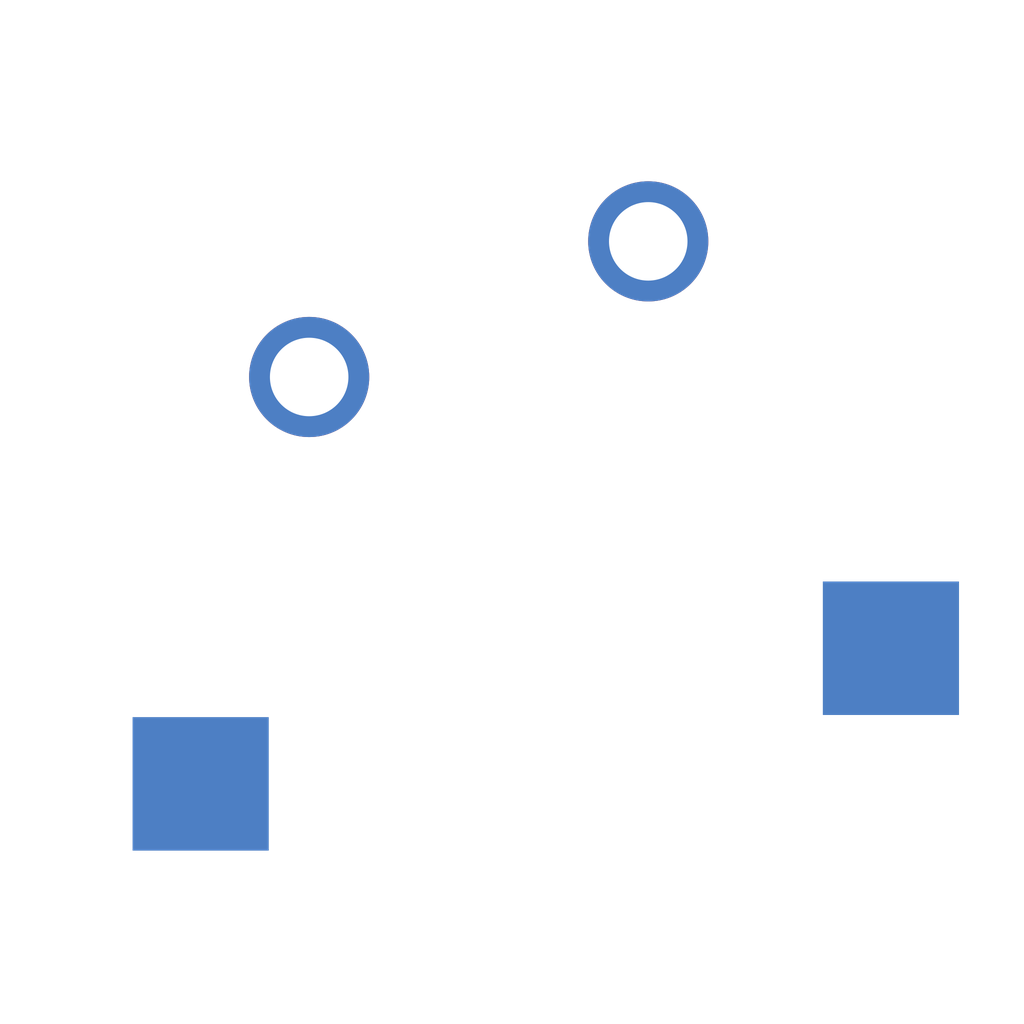
<source format=kicad_pcb>
(kicad_pcb (version 20171130) (host pcbnew "(5.1.4)-1")

  (general
    (thickness 1.6)
    (drawings 0)
    (tracks 0)
    (zones 0)
    (modules 2)
    (nets 3)
  )

  (page A4)
  (layers
    (0 F.Cu signal)
    (31 B.Cu signal)
    (32 B.Adhes user)
    (33 F.Adhes user)
    (34 B.Paste user)
    (35 F.Paste user)
    (36 B.SilkS user)
    (37 F.SilkS user)
    (38 B.Mask user)
    (39 F.Mask user)
    (40 Dwgs.User user)
    (41 Cmts.User user)
    (42 Eco1.User user)
    (43 Eco2.User user)
    (44 Edge.Cuts user)
    (45 Margin user)
    (46 B.CrtYd user)
    (47 F.CrtYd user)
    (48 B.Fab user)
    (49 F.Fab user)
  )

  (setup
    (last_trace_width 0.25)
    (trace_clearance 0.2)
    (zone_clearance 0.508)
    (zone_45_only no)
    (trace_min 0.2)
    (via_size 0.8)
    (via_drill 0.4)
    (via_min_size 0.4)
    (via_min_drill 0.3)
    (uvia_size 0.3)
    (uvia_drill 0.1)
    (uvias_allowed no)
    (uvia_min_size 0.2)
    (uvia_min_drill 0.1)
    (edge_width 0.05)
    (segment_width 0.2)
    (pcb_text_width 0.3)
    (pcb_text_size 1.5 1.5)
    (mod_edge_width 0.12)
    (mod_text_size 1 1)
    (mod_text_width 0.15)
    (pad_size 1.524 1.524)
    (pad_drill 0.762)
    (pad_to_mask_clearance 0.051)
    (solder_mask_min_width 0.25)
    (aux_axis_origin 0 0)
    (visible_elements FFFFFF7F)
    (pcbplotparams
      (layerselection 0x010fc_ffffffff)
      (usegerberextensions false)
      (usegerberattributes false)
      (usegerberadvancedattributes false)
      (creategerberjobfile false)
      (excludeedgelayer true)
      (linewidth 0.100000)
      (plotframeref false)
      (viasonmask false)
      (mode 1)
      (useauxorigin false)
      (hpglpennumber 1)
      (hpglpenspeed 20)
      (hpglpendiameter 15.000000)
      (psnegative false)
      (psa4output false)
      (plotreference true)
      (plotvalue true)
      (plotinvisibletext false)
      (padsonsilk false)
      (subtractmaskfromsilk false)
      (outputformat 1)
      (mirror false)
      (drillshape 1)
      (scaleselection 1)
      (outputdirectory ""))
  )

  (net 0 "")
  (net 1 "Net-(MX1-Pad2)")
  (net 2 "Net-(MX1-Pad1)")

  (net_class Default "This is the default net class."
    (clearance 0.2)
    (trace_width 0.25)
    (via_dia 0.8)
    (via_drill 0.4)
    (uvia_dia 0.3)
    (uvia_drill 0.1)
    (add_net "Net-(MX1-Pad1)")
    (add_net "Net-(MX1-Pad2)")
  )

  (module MX_Only:MXOnly-1U-Hotswap (layer F.Cu) (tedit 5EA6381D) (tstamp 5F3A69D5)
    (at 41.275 49.2125 180)
    (attr smd)
    (fp_text reference REF** (at 0 3.048) (layer B.CrtYd)
      (effects (font (size 1 1) (thickness 0.15)) (justify mirror))
    )
    (fp_text value 1U (at 0 -7.9375) (layer Dwgs.User)
      (effects (font (size 1 1) (thickness 0.15)))
    )
    (fp_line (start -5.842 -1.27) (end -5.842 -3.81) (layer B.CrtYd) (width 0.15))
    (fp_line (start -8.382 -1.27) (end -5.842 -1.27) (layer B.CrtYd) (width 0.15))
    (fp_line (start -8.382 -3.81) (end -8.382 -1.27) (layer B.CrtYd) (width 0.15))
    (fp_line (start -5.842 -3.81) (end -8.382 -3.81) (layer B.CrtYd) (width 0.15))
    (fp_line (start 4.572 -3.81) (end 4.572 -6.35) (layer B.CrtYd) (width 0.15))
    (fp_line (start 7.112 -3.81) (end 4.572 -3.81) (layer B.CrtYd) (width 0.15))
    (fp_line (start 7.112 -6.35) (end 7.112 -3.81) (layer B.CrtYd) (width 0.15))
    (fp_line (start 4.572 -6.35) (end 7.112 -6.35) (layer B.CrtYd) (width 0.15))
    (fp_circle (center -3.81 -2.54) (end -3.81 -4.064) (layer B.CrtYd) (width 0.15))
    (fp_circle (center 2.54 -5.08) (end 2.54 -6.604) (layer B.CrtYd) (width 0.15))
    (fp_text user %R (at 0 3.048) (layer B.SilkS) hide
      (effects (font (size 1 1) (thickness 0.15)) (justify mirror))
    )
    (fp_line (start -9.525 9.525) (end -9.525 -9.525) (layer Dwgs.User) (width 0.15))
    (fp_line (start 9.525 9.525) (end -9.525 9.525) (layer Dwgs.User) (width 0.15))
    (fp_line (start 9.525 -9.525) (end 9.525 9.525) (layer Dwgs.User) (width 0.15))
    (fp_line (start -9.525 -9.525) (end 9.525 -9.525) (layer Dwgs.User) (width 0.15))
    (fp_line (start -7 -7) (end -7 -5) (layer Dwgs.User) (width 0.15))
    (fp_line (start -5 -7) (end -7 -7) (layer Dwgs.User) (width 0.15))
    (fp_line (start -7 7) (end -5 7) (layer Dwgs.User) (width 0.15))
    (fp_line (start -7 5) (end -7 7) (layer Dwgs.User) (width 0.15))
    (fp_line (start 7 7) (end 7 5) (layer Dwgs.User) (width 0.15))
    (fp_line (start 5 7) (end 7 7) (layer Dwgs.User) (width 0.15))
    (fp_line (start 7 -7) (end 7 -5) (layer Dwgs.User) (width 0.15))
    (fp_line (start 5 -7) (end 7 -7) (layer Dwgs.User) (width 0.15))
    (pad 2 smd rect (at 5.842 -5.08 180) (size 2.55 2.5) (layers B.Cu B.Paste B.Mask))
    (pad 1 smd rect (at -7.085 -2.54 180) (size 2.55 2.5) (layers B.Cu B.Paste B.Mask))
    (pad "" np_thru_hole circle (at 5.08 0 228.0996) (size 1.75 1.75) (drill 1.75) (layers *.Cu *.Mask))
    (pad "" np_thru_hole circle (at -5.08 0 228.0996) (size 1.75 1.75) (drill 1.75) (layers *.Cu *.Mask))
    (pad "" np_thru_hole circle (at -3.81 -2.54 180) (size 3 3) (drill 3) (layers *.Cu *.Mask))
    (pad "" np_thru_hole circle (at 0 0 180) (size 3.9878 3.9878) (drill 3.9878) (layers *.Cu *.Mask))
    (pad "" np_thru_hole circle (at 2.54 -5.08 180) (size 3 3) (drill 3) (layers *.Cu *.Mask))
  )

  (module MX_Only:MXOnly-1U-NoLED (layer F.Cu) (tedit 5BD3C6C7) (tstamp 5F3A68B9)
    (at 41.275 49.2125)
    (path /5F3A6882)
    (fp_text reference MX1 (at 0 3.175) (layer Dwgs.User)
      (effects (font (size 1 1) (thickness 0.15)))
    )
    (fp_text value MX-NoLED (at 0 -7.9375) (layer Dwgs.User)
      (effects (font (size 1 1) (thickness 0.15)))
    )
    (fp_line (start 5 -7) (end 7 -7) (layer Dwgs.User) (width 0.15))
    (fp_line (start 7 -7) (end 7 -5) (layer Dwgs.User) (width 0.15))
    (fp_line (start 5 7) (end 7 7) (layer Dwgs.User) (width 0.15))
    (fp_line (start 7 7) (end 7 5) (layer Dwgs.User) (width 0.15))
    (fp_line (start -7 5) (end -7 7) (layer Dwgs.User) (width 0.15))
    (fp_line (start -7 7) (end -5 7) (layer Dwgs.User) (width 0.15))
    (fp_line (start -5 -7) (end -7 -7) (layer Dwgs.User) (width 0.15))
    (fp_line (start -7 -7) (end -7 -5) (layer Dwgs.User) (width 0.15))
    (fp_line (start -9.525 -9.525) (end 9.525 -9.525) (layer Dwgs.User) (width 0.15))
    (fp_line (start 9.525 -9.525) (end 9.525 9.525) (layer Dwgs.User) (width 0.15))
    (fp_line (start 9.525 9.525) (end -9.525 9.525) (layer Dwgs.User) (width 0.15))
    (fp_line (start -9.525 9.525) (end -9.525 -9.525) (layer Dwgs.User) (width 0.15))
    (pad 2 thru_hole circle (at 2.54 -5.08) (size 2.25 2.25) (drill 1.47) (layers *.Cu B.Mask)
      (net 1 "Net-(MX1-Pad2)"))
    (pad "" np_thru_hole circle (at 0 0) (size 3.9878 3.9878) (drill 3.9878) (layers *.Cu *.Mask))
    (pad 1 thru_hole circle (at -3.81 -2.54) (size 2.25 2.25) (drill 1.47) (layers *.Cu B.Mask)
      (net 2 "Net-(MX1-Pad1)"))
    (pad "" np_thru_hole circle (at -5.08 0 48.0996) (size 1.75 1.75) (drill 1.75) (layers *.Cu *.Mask))
    (pad "" np_thru_hole circle (at 5.08 0 48.0996) (size 1.75 1.75) (drill 1.75) (layers *.Cu *.Mask))
  )

)

</source>
